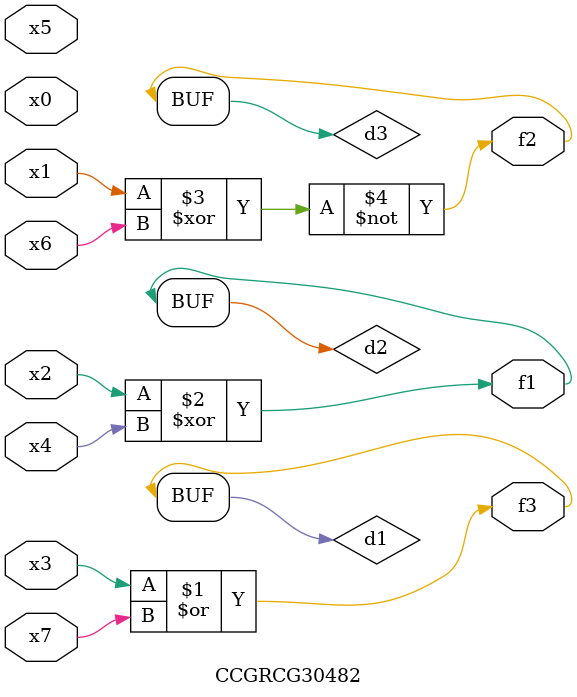
<source format=v>
module CCGRCG30482(
	input x0, x1, x2, x3, x4, x5, x6, x7,
	output f1, f2, f3
);

	wire d1, d2, d3;

	or (d1, x3, x7);
	xor (d2, x2, x4);
	xnor (d3, x1, x6);
	assign f1 = d2;
	assign f2 = d3;
	assign f3 = d1;
endmodule

</source>
